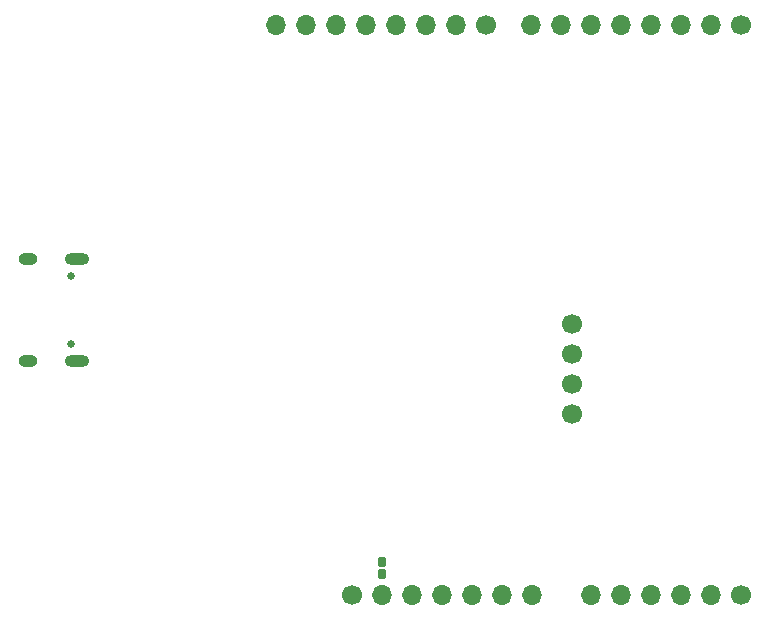
<source format=gbr>
%TF.GenerationSoftware,KiCad,Pcbnew,8.0.5*%
%TF.CreationDate,2024-12-12T18:20:32+01:00*%
%TF.ProjectId,Arduino_ESP,41726475-696e-46f5-9f45-53502e6b6963,rev?*%
%TF.SameCoordinates,Original*%
%TF.FileFunction,Soldermask,Bot*%
%TF.FilePolarity,Negative*%
%FSLAX46Y46*%
G04 Gerber Fmt 4.6, Leading zero omitted, Abs format (unit mm)*
G04 Created by KiCad (PCBNEW 8.0.5) date 2024-12-12 18:20:32*
%MOMM*%
%LPD*%
G01*
G04 APERTURE LIST*
G04 Aperture macros list*
%AMRoundRect*
0 Rectangle with rounded corners*
0 $1 Rounding radius*
0 $2 $3 $4 $5 $6 $7 $8 $9 X,Y pos of 4 corners*
0 Add a 4 corners polygon primitive as box body*
4,1,4,$2,$3,$4,$5,$6,$7,$8,$9,$2,$3,0*
0 Add four circle primitives for the rounded corners*
1,1,$1+$1,$2,$3*
1,1,$1+$1,$4,$5*
1,1,$1+$1,$6,$7*
1,1,$1+$1,$8,$9*
0 Add four rect primitives between the rounded corners*
20,1,$1+$1,$2,$3,$4,$5,0*
20,1,$1+$1,$4,$5,$6,$7,0*
20,1,$1+$1,$6,$7,$8,$9,0*
20,1,$1+$1,$8,$9,$2,$3,0*%
G04 Aperture macros list end*
%ADD10C,1.700000*%
%ADD11O,1.700000X1.700000*%
%ADD12C,0.650000*%
%ADD13O,2.100000X1.000000*%
%ADD14O,1.600000X1.000000*%
%ADD15RoundRect,0.187500X-0.187500X0.212500X-0.187500X-0.212500X0.187500X-0.212500X0.187500X0.212500X0*%
G04 APERTURE END LIST*
D10*
%TO.C,J1*%
X181100000Y-62800000D03*
D11*
X178560000Y-62800000D03*
X176020000Y-62800000D03*
X173480000Y-62800000D03*
X170940000Y-62800000D03*
X168400000Y-62800000D03*
X165860000Y-62800000D03*
X163320000Y-62800000D03*
%TD*%
D10*
%TO.C,J2*%
X159500000Y-62800000D03*
D11*
X156960000Y-62800000D03*
X154420000Y-62800000D03*
X151880000Y-62800000D03*
X149340000Y-62800000D03*
X146800000Y-62800000D03*
X144260000Y-62800000D03*
X141720000Y-62800000D03*
%TD*%
D10*
%TO.C,J4*%
X148160000Y-111100000D03*
D11*
X150700000Y-111100000D03*
X153240000Y-111100000D03*
X155780000Y-111100000D03*
X158320000Y-111100000D03*
X160860000Y-111100000D03*
X163400000Y-111100000D03*
%TD*%
D12*
%TO.C,J6*%
X124335800Y-84060000D03*
X124335800Y-89840000D03*
D13*
X124865800Y-82630000D03*
D14*
X120685800Y-82630000D03*
D13*
X124865800Y-91270000D03*
D14*
X120685800Y-91270000D03*
%TD*%
D10*
%TO.C,J3*%
X181100000Y-111100000D03*
D11*
X178560000Y-111100000D03*
X176020000Y-111100000D03*
X173480000Y-111100000D03*
X170940000Y-111100000D03*
X168400000Y-111100000D03*
%TD*%
D10*
%TO.C,J5*%
X166776400Y-88097200D03*
X166776400Y-90637200D03*
X166776400Y-93177200D03*
X166776400Y-95717200D03*
%TD*%
D15*
%TO.C,R17*%
X150672800Y-108252800D03*
X150672800Y-109272800D03*
%TD*%
M02*

</source>
